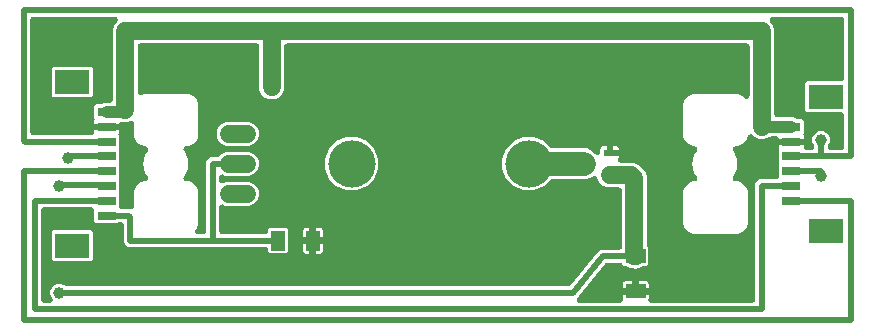
<source format=gbr>
G04 EAGLE Gerber X2 export*
%TF.Part,Single*%
%TF.FileFunction,Copper,L1,Top,Mixed*%
%TF.FilePolarity,Positive*%
%TF.GenerationSoftware,Autodesk,EAGLE,9.1.0*%
%TF.CreationDate,2020-06-24T00:00:20Z*%
G75*
%MOMM*%
%FSLAX34Y34*%
%LPD*%
%AMOC8*
5,1,8,0,0,1.08239X$1,22.5*%
G01*
%ADD10R,1.050000X0.600000*%
%ADD11R,1.600000X0.800000*%
%ADD12R,3.000000X2.100000*%
%ADD13C,1.524000*%
%ADD14R,1.680000X1.160000*%
%ADD15R,1.160000X1.680000*%
%ADD16C,1.000000*%
%ADD17C,4.000000*%
%ADD18C,2.000000*%
%ADD19C,0.500000*%
%ADD20C,1.500000*%
%ADD21C,1.000000*%

G36*
X82079Y27428D02*
X82079Y27428D01*
X82216Y27431D01*
X82301Y27448D01*
X82388Y27456D01*
X82520Y27492D01*
X82654Y27519D01*
X82735Y27551D01*
X82819Y27574D01*
X82942Y27633D01*
X83069Y27684D01*
X83143Y27730D01*
X83221Y27767D01*
X83332Y27848D01*
X83448Y27920D01*
X83513Y27978D01*
X83583Y28029D01*
X83678Y28128D01*
X83779Y28220D01*
X83832Y28289D01*
X83893Y28351D01*
X83968Y28465D01*
X84052Y28574D01*
X84092Y28651D01*
X84140Y28723D01*
X84194Y28849D01*
X84257Y28971D01*
X84282Y29054D01*
X84317Y29134D01*
X84348Y29267D01*
X84388Y29398D01*
X84398Y29484D01*
X84418Y29569D01*
X84425Y29705D01*
X84441Y29841D01*
X84436Y29928D01*
X84440Y30015D01*
X84423Y30150D01*
X84414Y30287D01*
X84394Y30372D01*
X84383Y30458D01*
X84341Y30588D01*
X84309Y30721D01*
X84273Y30800D01*
X84247Y30883D01*
X84183Y31004D01*
X84127Y31129D01*
X84078Y31201D01*
X84038Y31278D01*
X83953Y31386D01*
X83876Y31499D01*
X83785Y31600D01*
X83762Y31629D01*
X83744Y31645D01*
X83710Y31682D01*
X83641Y31751D01*
X82499Y34508D01*
X82499Y37492D01*
X83641Y40249D01*
X85751Y42359D01*
X88508Y43501D01*
X91492Y43501D01*
X94249Y42359D01*
X94375Y42233D01*
X94518Y42113D01*
X94658Y41989D01*
X94689Y41970D01*
X94718Y41946D01*
X94880Y41854D01*
X95039Y41757D01*
X95074Y41744D01*
X95106Y41726D01*
X95282Y41664D01*
X95456Y41597D01*
X95493Y41590D01*
X95527Y41577D01*
X95712Y41548D01*
X95895Y41513D01*
X95945Y41510D01*
X95969Y41507D01*
X96006Y41508D01*
X96142Y41501D01*
X521334Y41501D01*
X521423Y41509D01*
X521512Y41507D01*
X521645Y41529D01*
X521778Y41541D01*
X521865Y41564D01*
X521953Y41579D01*
X522080Y41624D01*
X522209Y41659D01*
X522290Y41698D01*
X522374Y41728D01*
X522491Y41794D01*
X522612Y41852D01*
X522684Y41905D01*
X522762Y41949D01*
X522865Y42036D01*
X522974Y42114D01*
X523036Y42179D01*
X523104Y42236D01*
X523270Y42420D01*
X545212Y69317D01*
X545222Y69331D01*
X545233Y69343D01*
X545346Y69515D01*
X545463Y69687D01*
X545469Y69702D01*
X545479Y69717D01*
X545545Y69857D01*
X546041Y70353D01*
X546043Y70355D01*
X546045Y70357D01*
X546211Y70541D01*
X546658Y71089D01*
X546776Y71169D01*
X546948Y71283D01*
X546961Y71295D01*
X546975Y71304D01*
X547090Y71409D01*
X547738Y71677D01*
X547740Y71678D01*
X547743Y71679D01*
X547966Y71785D01*
X548589Y72120D01*
X548729Y72150D01*
X548932Y72189D01*
X548948Y72195D01*
X548964Y72198D01*
X549111Y72251D01*
X549812Y72251D01*
X549815Y72251D01*
X549817Y72251D01*
X550065Y72263D01*
X550768Y72335D01*
X550910Y72308D01*
X551111Y72267D01*
X551128Y72266D01*
X551145Y72263D01*
X551392Y72251D01*
X564000Y72251D01*
X564050Y72255D01*
X564100Y72253D01*
X564272Y72275D01*
X564445Y72291D01*
X564493Y72304D01*
X564543Y72310D01*
X564708Y72363D01*
X564876Y72409D01*
X564921Y72431D01*
X564968Y72446D01*
X565122Y72527D01*
X565278Y72602D01*
X565319Y72632D01*
X565363Y72655D01*
X565500Y72762D01*
X565640Y72864D01*
X565675Y72900D01*
X565714Y72931D01*
X565830Y73061D01*
X565950Y73186D01*
X565977Y73228D01*
X566011Y73266D01*
X566101Y73414D01*
X566197Y73558D01*
X566217Y73604D01*
X566243Y73647D01*
X566305Y73809D01*
X566374Y73969D01*
X566385Y74017D01*
X566403Y74064D01*
X566436Y74235D01*
X566475Y74404D01*
X566478Y74454D01*
X566487Y74503D01*
X566499Y74750D01*
X566499Y122500D01*
X566495Y122550D01*
X566497Y122600D01*
X566475Y122772D01*
X566459Y122945D01*
X566446Y122993D01*
X566440Y123043D01*
X566387Y123208D01*
X566341Y123376D01*
X566319Y123421D01*
X566304Y123468D01*
X566223Y123622D01*
X566148Y123778D01*
X566118Y123819D01*
X566095Y123863D01*
X565988Y124000D01*
X565886Y124140D01*
X565850Y124175D01*
X565819Y124214D01*
X565689Y124330D01*
X565564Y124450D01*
X565522Y124477D01*
X565484Y124511D01*
X565336Y124601D01*
X565192Y124697D01*
X565146Y124717D01*
X565103Y124743D01*
X564941Y124805D01*
X564781Y124874D01*
X564733Y124885D01*
X564686Y124903D01*
X564515Y124936D01*
X564346Y124975D01*
X564296Y124978D01*
X564247Y124987D01*
X564000Y124999D01*
X553911Y124999D01*
X550052Y126598D01*
X547098Y129552D01*
X545553Y133281D01*
X545510Y133363D01*
X545476Y133450D01*
X545407Y133561D01*
X545346Y133676D01*
X545289Y133750D01*
X545239Y133830D01*
X545152Y133926D01*
X545072Y134029D01*
X545002Y134091D01*
X544940Y134161D01*
X544836Y134240D01*
X544739Y134327D01*
X544660Y134376D01*
X544586Y134433D01*
X544470Y134493D01*
X544359Y134561D01*
X544272Y134595D01*
X544189Y134638D01*
X544064Y134676D01*
X543943Y134724D01*
X543851Y134742D01*
X543762Y134769D01*
X543632Y134785D01*
X543505Y134810D01*
X543411Y134811D01*
X543318Y134822D01*
X543188Y134814D01*
X543058Y134816D01*
X542966Y134801D01*
X542872Y134796D01*
X542746Y134765D01*
X542617Y134743D01*
X542529Y134712D01*
X542438Y134690D01*
X542319Y134637D01*
X542197Y134593D01*
X542115Y134546D01*
X542030Y134509D01*
X541922Y134435D01*
X541809Y134370D01*
X541738Y134310D01*
X541661Y134257D01*
X541477Y134091D01*
X541364Y133978D01*
X536586Y131999D01*
X507355Y131999D01*
X507169Y131983D01*
X506983Y131971D01*
X506947Y131963D01*
X506910Y131959D01*
X506730Y131910D01*
X506549Y131866D01*
X506516Y131851D01*
X506480Y131841D01*
X506311Y131760D01*
X506141Y131684D01*
X506110Y131664D01*
X506077Y131648D01*
X505926Y131538D01*
X505772Y131433D01*
X505734Y131399D01*
X505715Y131386D01*
X505690Y131359D01*
X505588Y131267D01*
X500246Y125925D01*
X491976Y122499D01*
X483024Y122499D01*
X474754Y125925D01*
X468425Y132254D01*
X464999Y140524D01*
X464999Y149476D01*
X468425Y157746D01*
X474754Y164075D01*
X483024Y167501D01*
X491976Y167501D01*
X500246Y164075D01*
X505588Y158733D01*
X505731Y158613D01*
X505871Y158489D01*
X505903Y158470D01*
X505931Y158446D01*
X506093Y158354D01*
X506252Y158257D01*
X506287Y158244D01*
X506319Y158226D01*
X506495Y158164D01*
X506669Y158097D01*
X506706Y158090D01*
X506741Y158077D01*
X506925Y158048D01*
X507108Y158013D01*
X507159Y158010D01*
X507182Y158007D01*
X507219Y158008D01*
X507355Y158001D01*
X536586Y158001D01*
X541364Y156022D01*
X543943Y153443D01*
X544048Y153355D01*
X544146Y153261D01*
X544219Y153212D01*
X544286Y153157D01*
X544404Y153089D01*
X544518Y153013D01*
X544598Y152979D01*
X544674Y152936D01*
X544803Y152890D01*
X544929Y152836D01*
X545013Y152817D01*
X545095Y152788D01*
X545231Y152766D01*
X545364Y152735D01*
X545450Y152731D01*
X545536Y152717D01*
X545673Y152720D01*
X545810Y152713D01*
X545896Y152724D01*
X545983Y152726D01*
X546117Y152753D01*
X546253Y152771D01*
X546336Y152797D01*
X546421Y152814D01*
X546548Y152865D01*
X546678Y152906D01*
X546755Y152947D01*
X546836Y152979D01*
X546952Y153051D01*
X547073Y153115D01*
X547141Y153169D01*
X547215Y153215D01*
X547317Y153307D01*
X547424Y153392D01*
X547482Y153457D01*
X547546Y153515D01*
X547630Y153623D01*
X547721Y153726D01*
X547766Y153800D01*
X547819Y153869D01*
X547882Y153991D01*
X547953Y154107D01*
X547984Y154189D01*
X548024Y154266D01*
X548064Y154397D01*
X548113Y154524D01*
X548130Y154610D01*
X548155Y154693D01*
X548171Y154828D01*
X548197Y154963D01*
X548204Y155100D01*
X548208Y155136D01*
X548207Y155160D01*
X548209Y155210D01*
X548209Y157834D01*
X548382Y158481D01*
X548717Y159060D01*
X549190Y159533D01*
X549769Y159868D01*
X550416Y160041D01*
X553501Y160041D01*
X553501Y154500D01*
X553505Y154450D01*
X553503Y154401D01*
X553525Y154229D01*
X553540Y154055D01*
X553554Y154007D01*
X553560Y153958D01*
X553613Y153792D01*
X553659Y153625D01*
X553681Y153580D01*
X553696Y153532D01*
X553777Y153379D01*
X553852Y153222D01*
X553882Y153181D01*
X553905Y153137D01*
X554012Y153001D01*
X554114Y152860D01*
X554115Y152860D01*
X554150Y152825D01*
X554181Y152786D01*
X554182Y152786D01*
X554312Y152670D01*
X554437Y152550D01*
X554478Y152522D01*
X554516Y152489D01*
X554664Y152399D01*
X554809Y152303D01*
X554855Y152283D01*
X554897Y152257D01*
X555060Y152195D01*
X555219Y152126D01*
X555267Y152115D01*
X555314Y152097D01*
X555485Y152064D01*
X555654Y152025D01*
X555704Y152022D01*
X555753Y152013D01*
X556000Y152001D01*
X563791Y152001D01*
X563791Y151166D01*
X563618Y150519D01*
X563173Y149750D01*
X563159Y149719D01*
X563141Y149692D01*
X563065Y149517D01*
X562985Y149344D01*
X562977Y149312D01*
X562964Y149281D01*
X562921Y149097D01*
X562873Y148912D01*
X562870Y148879D01*
X562862Y148846D01*
X562853Y148657D01*
X562839Y148467D01*
X562842Y148433D01*
X562840Y148400D01*
X562865Y148212D01*
X562884Y148022D01*
X562894Y147990D01*
X562898Y147957D01*
X562956Y147776D01*
X563009Y147593D01*
X563023Y147563D01*
X563034Y147532D01*
X563122Y147364D01*
X563207Y147193D01*
X563227Y147166D01*
X563243Y147137D01*
X563360Y146988D01*
X563474Y146835D01*
X563498Y146812D01*
X563519Y146786D01*
X563661Y146660D01*
X563800Y146530D01*
X563828Y146512D01*
X563853Y146489D01*
X564016Y146390D01*
X564175Y146287D01*
X564206Y146275D01*
X564235Y146257D01*
X564412Y146189D01*
X564588Y146116D01*
X564620Y146109D01*
X564652Y146097D01*
X564839Y146061D01*
X565024Y146020D01*
X565058Y146019D01*
X565090Y146013D01*
X565338Y146001D01*
X576589Y146001D01*
X580448Y144402D01*
X583754Y141097D01*
X585902Y138948D01*
X587501Y135089D01*
X587501Y76021D01*
X587517Y75835D01*
X587529Y75649D01*
X587537Y75613D01*
X587541Y75576D01*
X587590Y75396D01*
X587634Y75215D01*
X587649Y75181D01*
X587659Y75145D01*
X587740Y74977D01*
X587816Y74807D01*
X587836Y74776D01*
X587852Y74743D01*
X587962Y74592D01*
X588067Y74437D01*
X588101Y74400D01*
X588114Y74381D01*
X588141Y74355D01*
X588233Y74254D01*
X588901Y73586D01*
X588901Y59914D01*
X587436Y58449D01*
X585333Y58449D01*
X585273Y58444D01*
X585212Y58446D01*
X585050Y58424D01*
X584888Y58409D01*
X584829Y58393D01*
X584770Y58385D01*
X584615Y58334D01*
X584457Y58291D01*
X584403Y58265D01*
X584345Y58246D01*
X584123Y58137D01*
X581256Y56551D01*
X577105Y56081D01*
X575859Y56439D01*
X575856Y56440D01*
X575854Y56441D01*
X575631Y56483D01*
X575420Y56524D01*
X575417Y56524D01*
X575415Y56525D01*
X575168Y56537D01*
X574911Y56537D01*
X573659Y57056D01*
X573643Y57061D01*
X573627Y57068D01*
X573393Y57149D01*
X572090Y57523D01*
X571890Y57683D01*
X571888Y57684D01*
X571886Y57686D01*
X571698Y57809D01*
X571517Y57929D01*
X571515Y57930D01*
X571512Y57931D01*
X571289Y58037D01*
X570754Y58259D01*
X570617Y58302D01*
X570483Y58353D01*
X570404Y58368D01*
X570327Y58392D01*
X570185Y58410D01*
X570044Y58437D01*
X569921Y58443D01*
X569884Y58448D01*
X569857Y58446D01*
X569797Y58449D01*
X568564Y58449D01*
X566496Y60517D01*
X566353Y60637D01*
X566213Y60761D01*
X566182Y60780D01*
X566153Y60804D01*
X565991Y60896D01*
X565832Y60993D01*
X565797Y61006D01*
X565765Y61024D01*
X565589Y61086D01*
X565415Y61153D01*
X565379Y61160D01*
X565344Y61173D01*
X565159Y61202D01*
X564976Y61237D01*
X564926Y61240D01*
X564903Y61243D01*
X564866Y61242D01*
X564729Y61249D01*
X554015Y61249D01*
X553926Y61241D01*
X553836Y61243D01*
X553704Y61221D01*
X553570Y61209D01*
X553484Y61186D01*
X553396Y61171D01*
X553269Y61126D01*
X553140Y61091D01*
X553059Y61052D01*
X552974Y61022D01*
X552858Y60956D01*
X552737Y60898D01*
X552664Y60845D01*
X552587Y60801D01*
X552484Y60714D01*
X552375Y60636D01*
X552313Y60571D01*
X552244Y60514D01*
X552079Y60330D01*
X530136Y33433D01*
X530127Y33419D01*
X530115Y33407D01*
X530002Y33235D01*
X529886Y33063D01*
X529879Y33048D01*
X529870Y33033D01*
X529803Y32893D01*
X529307Y32397D01*
X529306Y32395D01*
X529304Y32393D01*
X529138Y32209D01*
X528555Y31495D01*
X528549Y31486D01*
X528542Y31479D01*
X528424Y31301D01*
X528305Y31125D01*
X528301Y31115D01*
X528295Y31107D01*
X528210Y30910D01*
X528124Y30716D01*
X528122Y30706D01*
X528118Y30696D01*
X528070Y30490D01*
X528020Y30282D01*
X528019Y30271D01*
X528017Y30261D01*
X528006Y30050D01*
X527994Y29836D01*
X527995Y29826D01*
X527995Y29815D01*
X528022Y29605D01*
X528048Y29393D01*
X528051Y29383D01*
X528052Y29372D01*
X528117Y29170D01*
X528180Y28966D01*
X528185Y28957D01*
X528188Y28947D01*
X528287Y28759D01*
X528386Y28569D01*
X528392Y28561D01*
X528397Y28552D01*
X528529Y28384D01*
X528659Y28216D01*
X528667Y28209D01*
X528673Y28201D01*
X528833Y28059D01*
X528991Y27917D01*
X528999Y27911D01*
X529007Y27904D01*
X529189Y27794D01*
X529370Y27682D01*
X529380Y27678D01*
X529389Y27672D01*
X529587Y27596D01*
X529786Y27518D01*
X529796Y27516D01*
X529806Y27512D01*
X530016Y27472D01*
X530224Y27430D01*
X530234Y27430D01*
X530245Y27428D01*
X530492Y27416D01*
X564794Y27416D01*
X564946Y27429D01*
X565100Y27435D01*
X565168Y27449D01*
X565238Y27456D01*
X565386Y27496D01*
X565536Y27529D01*
X565601Y27555D01*
X565669Y27574D01*
X565808Y27641D01*
X565949Y27699D01*
X566008Y27737D01*
X566072Y27767D01*
X566196Y27857D01*
X566325Y27940D01*
X566377Y27988D01*
X566434Y28029D01*
X566540Y28140D01*
X566652Y28244D01*
X566695Y28301D01*
X566743Y28351D01*
X566828Y28479D01*
X566920Y28602D01*
X566952Y28665D01*
X566990Y28723D01*
X567051Y28864D01*
X567120Y29002D01*
X567140Y29069D01*
X567167Y29134D01*
X567202Y29283D01*
X567245Y29430D01*
X567253Y29500D01*
X567269Y29569D01*
X567276Y29722D01*
X567292Y29874D01*
X567287Y29945D01*
X567291Y30015D01*
X567271Y30167D01*
X567260Y30320D01*
X567238Y30422D01*
X567233Y30458D01*
X567224Y30488D01*
X567208Y30562D01*
X567059Y31115D01*
X567059Y34351D01*
X577600Y34351D01*
X577650Y34355D01*
X577700Y34353D01*
X577871Y34375D01*
X578002Y34387D01*
X578054Y34375D01*
X578104Y34372D01*
X578153Y34363D01*
X578400Y34351D01*
X588941Y34351D01*
X588941Y31115D01*
X588792Y30562D01*
X588766Y30411D01*
X588731Y30261D01*
X588728Y30191D01*
X588716Y30122D01*
X588717Y29968D01*
X588709Y29815D01*
X588718Y29746D01*
X588719Y29675D01*
X588747Y29524D01*
X588767Y29372D01*
X588788Y29305D01*
X588801Y29236D01*
X588856Y29093D01*
X588902Y28947D01*
X588935Y28884D01*
X588960Y28819D01*
X589040Y28688D01*
X589112Y28552D01*
X589155Y28496D01*
X589191Y28436D01*
X589293Y28322D01*
X589388Y28201D01*
X589440Y28154D01*
X589487Y28101D01*
X589607Y28006D01*
X589722Y27904D01*
X589782Y27868D01*
X589837Y27824D01*
X589972Y27752D01*
X590104Y27672D01*
X590169Y27647D01*
X590231Y27614D01*
X590377Y27567D01*
X590520Y27512D01*
X590590Y27499D01*
X590656Y27477D01*
X590809Y27457D01*
X590959Y27428D01*
X591063Y27423D01*
X591099Y27418D01*
X591130Y27420D01*
X591206Y27416D01*
X676750Y27416D01*
X676800Y27420D01*
X676850Y27418D01*
X677022Y27440D01*
X677195Y27456D01*
X677243Y27469D01*
X677293Y27475D01*
X677458Y27528D01*
X677626Y27574D01*
X677671Y27596D01*
X677718Y27611D01*
X677872Y27692D01*
X678028Y27767D01*
X678069Y27797D01*
X678113Y27820D01*
X678250Y27927D01*
X678390Y28029D01*
X678425Y28065D01*
X678464Y28096D01*
X678580Y28226D01*
X678700Y28351D01*
X678727Y28393D01*
X678761Y28431D01*
X678851Y28579D01*
X678947Y28723D01*
X678967Y28769D01*
X678993Y28812D01*
X679055Y28974D01*
X679124Y29134D01*
X679135Y29182D01*
X679153Y29229D01*
X679186Y29400D01*
X679225Y29569D01*
X679228Y29619D01*
X679237Y29668D01*
X679249Y29915D01*
X679249Y127344D01*
X680087Y129366D01*
X681634Y130913D01*
X683656Y131751D01*
X697000Y131751D01*
X697050Y131755D01*
X697100Y131753D01*
X697272Y131775D01*
X697445Y131791D01*
X697493Y131804D01*
X697543Y131810D01*
X697708Y131863D01*
X697876Y131909D01*
X697921Y131931D01*
X697968Y131946D01*
X698122Y132027D01*
X698278Y132102D01*
X698319Y132132D01*
X698363Y132155D01*
X698500Y132262D01*
X698640Y132364D01*
X698675Y132400D01*
X698714Y132431D01*
X698830Y132561D01*
X698950Y132686D01*
X698977Y132728D01*
X699011Y132766D01*
X699101Y132914D01*
X699197Y133058D01*
X699217Y133104D01*
X699243Y133147D01*
X699305Y133309D01*
X699374Y133469D01*
X699385Y133517D01*
X699403Y133564D01*
X699436Y133735D01*
X699475Y133904D01*
X699478Y133954D01*
X699487Y134003D01*
X699499Y134250D01*
X699499Y144076D01*
X699544Y144221D01*
X699601Y144385D01*
X699609Y144435D01*
X699624Y144483D01*
X699645Y144655D01*
X699672Y144826D01*
X699671Y144876D01*
X699677Y144926D01*
X699667Y145099D01*
X699663Y145273D01*
X699653Y145322D01*
X699650Y145372D01*
X699609Y145541D01*
X699575Y145711D01*
X699556Y145757D01*
X699545Y145806D01*
X699499Y145908D01*
X699499Y156400D01*
X699507Y156414D01*
X699597Y156558D01*
X699617Y156608D01*
X699644Y156654D01*
X699700Y156815D01*
X699763Y156973D01*
X699774Y157025D01*
X699792Y157076D01*
X699819Y157244D01*
X699853Y157410D01*
X699854Y157464D01*
X699863Y157517D01*
X699859Y157687D01*
X699863Y157857D01*
X699855Y157910D01*
X699854Y157963D01*
X699820Y158130D01*
X699794Y158298D01*
X699776Y158349D01*
X699765Y158401D01*
X699703Y158559D01*
X699647Y158720D01*
X699644Y158725D01*
X699459Y159416D01*
X699459Y161251D01*
X710000Y161251D01*
X720541Y161251D01*
X720541Y159250D01*
X720545Y159200D01*
X720543Y159150D01*
X720565Y158978D01*
X720581Y158805D01*
X720594Y158757D01*
X720600Y158707D01*
X720653Y158542D01*
X720699Y158374D01*
X720721Y158329D01*
X720736Y158282D01*
X720817Y158128D01*
X720892Y157972D01*
X720922Y157931D01*
X720945Y157887D01*
X721052Y157750D01*
X721154Y157610D01*
X721190Y157575D01*
X721221Y157536D01*
X721351Y157420D01*
X721476Y157300D01*
X721518Y157273D01*
X721556Y157239D01*
X721704Y157149D01*
X721848Y157053D01*
X721894Y157033D01*
X721937Y157007D01*
X722099Y156945D01*
X722259Y156876D01*
X722307Y156865D01*
X722354Y156847D01*
X722525Y156814D01*
X722694Y156775D01*
X722744Y156772D01*
X722793Y156763D01*
X723040Y156751D01*
X726608Y156751D01*
X726744Y156763D01*
X726881Y156766D01*
X726966Y156783D01*
X727053Y156791D01*
X727185Y156827D01*
X727319Y156854D01*
X727400Y156886D01*
X727484Y156909D01*
X727607Y156969D01*
X727734Y157019D01*
X727808Y157065D01*
X727886Y157102D01*
X727997Y157183D01*
X728114Y157255D01*
X728178Y157313D01*
X728248Y157364D01*
X728343Y157463D01*
X728445Y157555D01*
X728498Y157624D01*
X728558Y157686D01*
X728633Y157801D01*
X728717Y157909D01*
X728757Y157986D01*
X728805Y158058D01*
X728859Y158184D01*
X728922Y158306D01*
X728948Y158389D01*
X728982Y158469D01*
X729013Y158602D01*
X729053Y158733D01*
X729063Y158819D01*
X729083Y158904D01*
X729090Y159040D01*
X729106Y159177D01*
X729101Y159263D01*
X729105Y159350D01*
X729087Y159486D01*
X729079Y159622D01*
X729059Y159707D01*
X729048Y159793D01*
X729006Y159923D01*
X728973Y160056D01*
X728938Y160136D01*
X728912Y160218D01*
X728848Y160339D01*
X728792Y160465D01*
X728743Y160536D01*
X728703Y160613D01*
X728694Y160625D01*
X727499Y163508D01*
X727499Y166492D01*
X728641Y169249D01*
X730751Y171359D01*
X733508Y172501D01*
X736492Y172501D01*
X739249Y171359D01*
X741359Y169249D01*
X742501Y166492D01*
X742501Y163508D01*
X741296Y160600D01*
X741271Y160556D01*
X741195Y160442D01*
X741161Y160362D01*
X741118Y160286D01*
X741072Y160157D01*
X741018Y160031D01*
X740999Y159947D01*
X740970Y159865D01*
X740948Y159730D01*
X740917Y159596D01*
X740913Y159510D01*
X740899Y159424D01*
X740902Y159287D01*
X740895Y159150D01*
X740906Y159064D01*
X740908Y158977D01*
X740935Y158843D01*
X740952Y158707D01*
X740979Y158624D01*
X740996Y158540D01*
X741047Y158412D01*
X741088Y158282D01*
X741129Y158205D01*
X741161Y158124D01*
X741233Y158008D01*
X741297Y157887D01*
X741351Y157819D01*
X741397Y157745D01*
X741489Y157644D01*
X741573Y157536D01*
X741638Y157478D01*
X741697Y157414D01*
X741805Y157330D01*
X741908Y157239D01*
X741982Y157194D01*
X742050Y157141D01*
X742172Y157078D01*
X742289Y157007D01*
X742370Y156976D01*
X742447Y156936D01*
X742578Y156896D01*
X742706Y156847D01*
X742791Y156830D01*
X742874Y156805D01*
X743010Y156789D01*
X743145Y156763D01*
X743281Y156756D01*
X743318Y156752D01*
X743341Y156753D01*
X743392Y156751D01*
X752000Y156751D01*
X752050Y156755D01*
X752100Y156753D01*
X752272Y156775D01*
X752445Y156791D01*
X752493Y156804D01*
X752543Y156810D01*
X752708Y156863D01*
X752876Y156909D01*
X752921Y156931D01*
X752968Y156946D01*
X753122Y157027D01*
X753278Y157102D01*
X753319Y157132D01*
X753363Y157155D01*
X753500Y157262D01*
X753640Y157364D01*
X753675Y157400D01*
X753714Y157431D01*
X753830Y157561D01*
X753950Y157686D01*
X753977Y157728D01*
X754011Y157766D01*
X754101Y157914D01*
X754197Y158058D01*
X754217Y158104D01*
X754243Y158147D01*
X754305Y158309D01*
X754374Y158469D01*
X754385Y158517D01*
X754403Y158564D01*
X754436Y158735D01*
X754475Y158904D01*
X754478Y158954D01*
X754487Y159003D01*
X754499Y159250D01*
X754499Y186250D01*
X754495Y186300D01*
X754497Y186350D01*
X754475Y186522D01*
X754459Y186695D01*
X754446Y186743D01*
X754440Y186793D01*
X754387Y186958D01*
X754341Y187126D01*
X754319Y187171D01*
X754304Y187218D01*
X754223Y187372D01*
X754148Y187528D01*
X754118Y187569D01*
X754095Y187613D01*
X753988Y187750D01*
X753886Y187890D01*
X753850Y187925D01*
X753819Y187964D01*
X753689Y188080D01*
X753564Y188200D01*
X753522Y188227D01*
X753484Y188261D01*
X753336Y188351D01*
X753192Y188447D01*
X753146Y188467D01*
X753103Y188493D01*
X752941Y188555D01*
X752781Y188624D01*
X752733Y188635D01*
X752686Y188653D01*
X752515Y188686D01*
X752346Y188725D01*
X752296Y188728D01*
X752247Y188737D01*
X752000Y188749D01*
X722964Y188749D01*
X721499Y190214D01*
X721499Y213286D01*
X722964Y214751D01*
X752000Y214751D01*
X752050Y214755D01*
X752100Y214753D01*
X752272Y214775D01*
X752445Y214791D01*
X752493Y214804D01*
X752543Y214810D01*
X752708Y214863D01*
X752876Y214909D01*
X752921Y214931D01*
X752968Y214946D01*
X753122Y215027D01*
X753278Y215102D01*
X753319Y215132D01*
X753363Y215155D01*
X753500Y215262D01*
X753640Y215364D01*
X753675Y215400D01*
X753714Y215431D01*
X753830Y215561D01*
X753950Y215686D01*
X753977Y215728D01*
X754011Y215766D01*
X754101Y215914D01*
X754197Y216058D01*
X754217Y216104D01*
X754243Y216147D01*
X754305Y216309D01*
X754374Y216469D01*
X754385Y216517D01*
X754403Y216564D01*
X754436Y216735D01*
X754475Y216904D01*
X754478Y216954D01*
X754487Y217003D01*
X754499Y217250D01*
X754499Y267000D01*
X754495Y267050D01*
X754497Y267100D01*
X754475Y267272D01*
X754459Y267445D01*
X754446Y267493D01*
X754440Y267543D01*
X754387Y267708D01*
X754341Y267876D01*
X754319Y267921D01*
X754304Y267968D01*
X754223Y268122D01*
X754148Y268278D01*
X754118Y268319D01*
X754095Y268363D01*
X753988Y268500D01*
X753886Y268640D01*
X753850Y268675D01*
X753819Y268714D01*
X753689Y268830D01*
X753564Y268950D01*
X753522Y268977D01*
X753484Y269011D01*
X753336Y269101D01*
X753192Y269197D01*
X753146Y269217D01*
X753103Y269243D01*
X752941Y269305D01*
X752781Y269374D01*
X752733Y269385D01*
X752686Y269403D01*
X752515Y269436D01*
X752346Y269475D01*
X752296Y269478D01*
X752247Y269487D01*
X752000Y269499D01*
X693885Y269499D01*
X693748Y269487D01*
X693612Y269484D01*
X693527Y269467D01*
X693440Y269459D01*
X693308Y269423D01*
X693174Y269396D01*
X693093Y269364D01*
X693009Y269341D01*
X692886Y269282D01*
X692759Y269231D01*
X692685Y269185D01*
X692606Y269148D01*
X692495Y269067D01*
X692379Y268995D01*
X692315Y268937D01*
X692245Y268886D01*
X692150Y268787D01*
X692048Y268695D01*
X691995Y268626D01*
X691935Y268564D01*
X691859Y268450D01*
X691776Y268341D01*
X691736Y268264D01*
X691688Y268192D01*
X691634Y268066D01*
X691571Y267944D01*
X691545Y267861D01*
X691511Y267781D01*
X691480Y267648D01*
X691440Y267517D01*
X691429Y267431D01*
X691410Y267346D01*
X691403Y267210D01*
X691387Y267074D01*
X691392Y266987D01*
X691387Y266900D01*
X691405Y266765D01*
X691413Y266628D01*
X691434Y266543D01*
X691445Y266457D01*
X691487Y266327D01*
X691519Y266194D01*
X691554Y266115D01*
X691581Y266032D01*
X691645Y265911D01*
X691700Y265786D01*
X691749Y265714D01*
X691790Y265637D01*
X691875Y265529D01*
X691951Y265416D01*
X692043Y265315D01*
X692066Y265286D01*
X692084Y265270D01*
X692118Y265233D01*
X693902Y263448D01*
X695501Y259589D01*
X695501Y186750D01*
X695505Y186700D01*
X695503Y186650D01*
X695525Y186478D01*
X695541Y186305D01*
X695554Y186257D01*
X695560Y186207D01*
X695613Y186042D01*
X695659Y185874D01*
X695681Y185829D01*
X695696Y185782D01*
X695777Y185628D01*
X695852Y185472D01*
X695882Y185431D01*
X695905Y185387D01*
X696012Y185250D01*
X696114Y185110D01*
X696150Y185075D01*
X696181Y185036D01*
X696311Y184920D01*
X696436Y184800D01*
X696478Y184773D01*
X696516Y184739D01*
X696664Y184649D01*
X696808Y184553D01*
X696854Y184533D01*
X696897Y184507D01*
X697059Y184445D01*
X697219Y184376D01*
X697267Y184365D01*
X697314Y184347D01*
X697485Y184314D01*
X697654Y184275D01*
X697704Y184272D01*
X697753Y184263D01*
X698000Y184251D01*
X711591Y184251D01*
X714753Y182941D01*
X714890Y182898D01*
X715024Y182847D01*
X715103Y182832D01*
X715180Y182808D01*
X715322Y182790D01*
X715463Y182763D01*
X715586Y182757D01*
X715623Y182752D01*
X715650Y182754D01*
X715710Y182751D01*
X719036Y182751D01*
X720501Y181286D01*
X720501Y171100D01*
X720493Y171086D01*
X720403Y170942D01*
X720383Y170892D01*
X720356Y170846D01*
X720300Y170685D01*
X720237Y170527D01*
X720226Y170475D01*
X720208Y170424D01*
X720181Y170256D01*
X720147Y170090D01*
X720146Y170036D01*
X720137Y169983D01*
X720141Y169813D01*
X720137Y169643D01*
X720145Y169590D01*
X720146Y169537D01*
X720180Y169370D01*
X720206Y169202D01*
X720224Y169151D01*
X720235Y169099D01*
X720297Y168941D01*
X720353Y168780D01*
X720356Y168775D01*
X720541Y168084D01*
X720541Y166249D01*
X710000Y166249D01*
X699405Y166249D01*
X699400Y166293D01*
X699347Y166458D01*
X699301Y166626D01*
X699279Y166671D01*
X699264Y166718D01*
X699183Y166872D01*
X699108Y167028D01*
X699078Y167069D01*
X699055Y167113D01*
X698948Y167250D01*
X698846Y167390D01*
X698810Y167425D01*
X698779Y167464D01*
X698649Y167580D01*
X698524Y167700D01*
X698482Y167727D01*
X698444Y167761D01*
X698296Y167851D01*
X698152Y167947D01*
X698106Y167967D01*
X698063Y167993D01*
X697901Y168055D01*
X697741Y168124D01*
X697693Y168135D01*
X697646Y168153D01*
X697475Y168186D01*
X697306Y168225D01*
X697256Y168228D01*
X697207Y168237D01*
X696960Y168249D01*
X692885Y168249D01*
X692699Y168233D01*
X692513Y168221D01*
X692477Y168213D01*
X692440Y168209D01*
X692260Y168160D01*
X692079Y168116D01*
X692045Y168101D01*
X692009Y168091D01*
X691841Y168010D01*
X691670Y167934D01*
X691640Y167914D01*
X691606Y167898D01*
X691455Y167788D01*
X691301Y167683D01*
X691264Y167649D01*
X691245Y167636D01*
X691219Y167609D01*
X691117Y167517D01*
X690948Y167348D01*
X687089Y165749D01*
X682911Y165749D01*
X679052Y167348D01*
X677132Y169267D01*
X677027Y169355D01*
X676929Y169450D01*
X676856Y169498D01*
X676789Y169554D01*
X676670Y169621D01*
X676557Y169697D01*
X676477Y169732D01*
X676401Y169775D01*
X676272Y169820D01*
X676146Y169874D01*
X676062Y169894D01*
X675980Y169923D01*
X675844Y169944D01*
X675711Y169975D01*
X675625Y169980D01*
X675539Y169993D01*
X675402Y169991D01*
X675265Y169998D01*
X675179Y169986D01*
X675092Y169985D01*
X674958Y169958D01*
X674822Y169940D01*
X674739Y169913D01*
X674654Y169896D01*
X674527Y169846D01*
X674397Y169804D01*
X674320Y169764D01*
X674239Y169731D01*
X674123Y169659D01*
X674002Y169595D01*
X673934Y169541D01*
X673860Y169495D01*
X673758Y169404D01*
X673651Y169319D01*
X673593Y169254D01*
X673529Y169196D01*
X673445Y169087D01*
X673354Y168985D01*
X673309Y168910D01*
X673256Y168842D01*
X673193Y168720D01*
X673122Y168603D01*
X673091Y168522D01*
X673051Y168445D01*
X673028Y168369D01*
X671318Y164242D01*
X668458Y161382D01*
X664722Y159834D01*
X662705Y159834D01*
X662579Y159823D01*
X662453Y159822D01*
X662358Y159803D01*
X662260Y159794D01*
X662138Y159761D01*
X662015Y159737D01*
X661924Y159702D01*
X661829Y159676D01*
X661716Y159621D01*
X661598Y159576D01*
X661515Y159525D01*
X661427Y159483D01*
X661324Y159409D01*
X661217Y159343D01*
X661144Y159278D01*
X661065Y159221D01*
X660977Y159130D01*
X660883Y159046D01*
X660823Y158969D01*
X660755Y158899D01*
X660686Y158794D01*
X660608Y158694D01*
X660562Y158608D01*
X660508Y158527D01*
X660458Y158411D01*
X660399Y158299D01*
X660370Y158206D01*
X660331Y158116D01*
X660303Y157994D01*
X660265Y157873D01*
X660252Y157776D01*
X660230Y157681D01*
X660224Y157556D01*
X660208Y157430D01*
X660213Y157333D01*
X660208Y157235D01*
X660224Y157110D01*
X660231Y156984D01*
X660253Y156889D01*
X660266Y156792D01*
X660304Y156672D01*
X660333Y156549D01*
X660391Y156398D01*
X660401Y156367D01*
X660409Y156351D01*
X660422Y156318D01*
X663692Y148973D01*
X663692Y141027D01*
X660422Y133682D01*
X660381Y133562D01*
X660331Y133446D01*
X660309Y133351D01*
X660277Y133259D01*
X660259Y133134D01*
X660230Y133011D01*
X660225Y132914D01*
X660210Y132817D01*
X660214Y132691D01*
X660208Y132565D01*
X660220Y132469D01*
X660223Y132371D01*
X660249Y132247D01*
X660266Y132122D01*
X660295Y132029D01*
X660315Y131934D01*
X660363Y131817D01*
X660401Y131697D01*
X660447Y131610D01*
X660484Y131520D01*
X660551Y131413D01*
X660610Y131302D01*
X660671Y131225D01*
X660723Y131143D01*
X660808Y131050D01*
X660886Y130951D01*
X660960Y130886D01*
X661026Y130814D01*
X661126Y130738D01*
X661221Y130654D01*
X661304Y130604D01*
X661382Y130545D01*
X661495Y130488D01*
X661602Y130422D01*
X661693Y130387D01*
X661781Y130343D01*
X661901Y130307D01*
X662019Y130262D01*
X662115Y130243D01*
X662209Y130216D01*
X662334Y130202D01*
X662458Y130178D01*
X662619Y130170D01*
X662653Y130166D01*
X662670Y130167D01*
X662705Y130166D01*
X664722Y130166D01*
X668458Y128618D01*
X671318Y125758D01*
X672866Y122022D01*
X672866Y93978D01*
X671318Y90242D01*
X668458Y87382D01*
X664722Y85834D01*
X626678Y85834D01*
X622942Y87382D01*
X620082Y90242D01*
X618534Y93978D01*
X618534Y122022D01*
X620082Y125758D01*
X622942Y128618D01*
X626678Y130166D01*
X627768Y130166D01*
X627931Y130180D01*
X628095Y130187D01*
X628153Y130200D01*
X628213Y130206D01*
X628371Y130249D01*
X628531Y130285D01*
X628586Y130308D01*
X628643Y130324D01*
X628791Y130395D01*
X628942Y130459D01*
X628992Y130492D01*
X629046Y130517D01*
X629179Y130614D01*
X629316Y130703D01*
X629360Y130744D01*
X629408Y130779D01*
X629522Y130898D01*
X629641Y131010D01*
X629676Y131058D01*
X629717Y131101D01*
X629808Y131238D01*
X629905Y131370D01*
X629932Y131424D01*
X629965Y131473D01*
X630030Y131624D01*
X630102Y131771D01*
X630118Y131829D01*
X630142Y131884D01*
X630179Y132043D01*
X630224Y132201D01*
X630229Y132261D01*
X630243Y132319D01*
X630251Y132482D01*
X630267Y132646D01*
X630262Y132705D01*
X630265Y132765D01*
X630244Y132927D01*
X630230Y133091D01*
X630215Y133149D01*
X630207Y133208D01*
X630157Y133364D01*
X630115Y133523D01*
X630090Y133577D01*
X630072Y133633D01*
X629995Y133778D01*
X629925Y133927D01*
X629878Y133998D01*
X629863Y134028D01*
X629841Y134056D01*
X629790Y134134D01*
X627542Y137227D01*
X625890Y145000D01*
X627542Y152773D01*
X629790Y155866D01*
X629874Y156007D01*
X629965Y156143D01*
X629988Y156198D01*
X630019Y156249D01*
X630077Y156403D01*
X630142Y156554D01*
X630155Y156612D01*
X630176Y156667D01*
X630206Y156829D01*
X630243Y156989D01*
X630246Y157048D01*
X630257Y157107D01*
X630257Y157271D01*
X630265Y157435D01*
X630257Y157494D01*
X630257Y157554D01*
X630228Y157715D01*
X630207Y157878D01*
X630189Y157935D01*
X630179Y157993D01*
X630122Y158147D01*
X630072Y158303D01*
X630044Y158356D01*
X630023Y158412D01*
X629939Y158553D01*
X629863Y158698D01*
X629826Y158745D01*
X629795Y158796D01*
X629688Y158920D01*
X629586Y159049D01*
X629542Y159089D01*
X629503Y159134D01*
X629375Y159237D01*
X629252Y159346D01*
X629201Y159377D01*
X629155Y159414D01*
X629011Y159493D01*
X628871Y159578D01*
X628815Y159599D01*
X628763Y159628D01*
X628607Y159679D01*
X628454Y159738D01*
X628395Y159749D01*
X628339Y159768D01*
X628176Y159791D01*
X628015Y159822D01*
X627929Y159826D01*
X627896Y159831D01*
X627861Y159830D01*
X627768Y159834D01*
X626678Y159834D01*
X622942Y161382D01*
X620082Y164242D01*
X618534Y167978D01*
X618534Y196022D01*
X620082Y199758D01*
X622942Y202618D01*
X626678Y204166D01*
X664722Y204166D01*
X668458Y202618D01*
X670233Y200844D01*
X670338Y200756D01*
X670436Y200661D01*
X670509Y200613D01*
X670576Y200557D01*
X670695Y200490D01*
X670808Y200414D01*
X670888Y200380D01*
X670964Y200337D01*
X671093Y200291D01*
X671219Y200237D01*
X671303Y200217D01*
X671385Y200188D01*
X671521Y200167D01*
X671654Y200136D01*
X671740Y200132D01*
X671826Y200118D01*
X671963Y200120D01*
X672100Y200114D01*
X672186Y200125D01*
X672273Y200127D01*
X672407Y200154D01*
X672543Y200171D01*
X672626Y200198D01*
X672711Y200215D01*
X672838Y200265D01*
X672968Y200307D01*
X673045Y200348D01*
X673126Y200380D01*
X673242Y200452D01*
X673363Y200516D01*
X673431Y200570D01*
X673505Y200616D01*
X673607Y200708D01*
X673714Y200792D01*
X673772Y200857D01*
X673836Y200916D01*
X673920Y201024D01*
X674011Y201126D01*
X674056Y201201D01*
X674109Y201270D01*
X674172Y201391D01*
X674243Y201508D01*
X674274Y201589D01*
X674314Y201667D01*
X674354Y201797D01*
X674403Y201925D01*
X674420Y202011D01*
X674445Y202094D01*
X674461Y202229D01*
X674487Y202364D01*
X674494Y202500D01*
X674498Y202537D01*
X674497Y202561D01*
X674499Y202611D01*
X674499Y244500D01*
X674495Y244550D01*
X674497Y244600D01*
X674475Y244772D01*
X674459Y244945D01*
X674446Y244993D01*
X674440Y245043D01*
X674387Y245208D01*
X674341Y245376D01*
X674319Y245421D01*
X674304Y245468D01*
X674223Y245622D01*
X674148Y245778D01*
X674118Y245819D01*
X674095Y245863D01*
X673988Y246000D01*
X673886Y246140D01*
X673850Y246175D01*
X673819Y246214D01*
X673689Y246330D01*
X673564Y246450D01*
X673522Y246477D01*
X673484Y246511D01*
X673336Y246601D01*
X673192Y246697D01*
X673146Y246717D01*
X673103Y246743D01*
X672941Y246805D01*
X672781Y246874D01*
X672733Y246885D01*
X672686Y246903D01*
X672515Y246936D01*
X672346Y246975D01*
X672296Y246978D01*
X672247Y246987D01*
X672000Y246999D01*
X283000Y246999D01*
X282950Y246995D01*
X282900Y246997D01*
X282728Y246975D01*
X282555Y246959D01*
X282507Y246946D01*
X282457Y246940D01*
X282292Y246887D01*
X282124Y246841D01*
X282079Y246819D01*
X282032Y246804D01*
X281878Y246723D01*
X281722Y246648D01*
X281681Y246618D01*
X281637Y246595D01*
X281500Y246488D01*
X281360Y246386D01*
X281325Y246350D01*
X281286Y246319D01*
X281170Y246189D01*
X281050Y246064D01*
X281023Y246022D01*
X280989Y245984D01*
X280899Y245836D01*
X280803Y245692D01*
X280783Y245646D01*
X280757Y245603D01*
X280695Y245441D01*
X280626Y245281D01*
X280615Y245233D01*
X280597Y245186D01*
X280564Y245015D01*
X280525Y244846D01*
X280522Y244796D01*
X280513Y244747D01*
X280501Y244500D01*
X280501Y207911D01*
X278902Y204052D01*
X275948Y201098D01*
X272089Y199499D01*
X267911Y199499D01*
X264052Y201098D01*
X261098Y204052D01*
X259499Y207911D01*
X259499Y244500D01*
X259495Y244550D01*
X259497Y244600D01*
X259475Y244772D01*
X259459Y244945D01*
X259446Y244993D01*
X259440Y245043D01*
X259387Y245208D01*
X259341Y245376D01*
X259319Y245421D01*
X259304Y245468D01*
X259223Y245622D01*
X259148Y245778D01*
X259118Y245819D01*
X259095Y245863D01*
X258988Y246000D01*
X258886Y246140D01*
X258850Y246175D01*
X258819Y246214D01*
X258689Y246330D01*
X258564Y246450D01*
X258522Y246477D01*
X258484Y246511D01*
X258336Y246601D01*
X258192Y246697D01*
X258146Y246717D01*
X258103Y246743D01*
X257941Y246805D01*
X257781Y246874D01*
X257733Y246885D01*
X257686Y246903D01*
X257515Y246936D01*
X257346Y246975D01*
X257296Y246978D01*
X257247Y246987D01*
X257000Y246999D01*
X159000Y246999D01*
X158950Y246995D01*
X158900Y246997D01*
X158728Y246975D01*
X158555Y246959D01*
X158507Y246946D01*
X158457Y246940D01*
X158292Y246887D01*
X158124Y246841D01*
X158079Y246819D01*
X158032Y246804D01*
X157878Y246723D01*
X157722Y246648D01*
X157681Y246618D01*
X157637Y246595D01*
X157500Y246488D01*
X157360Y246386D01*
X157325Y246350D01*
X157286Y246319D01*
X157170Y246189D01*
X157050Y246064D01*
X157023Y246022D01*
X156989Y245984D01*
X156899Y245836D01*
X156803Y245692D01*
X156783Y245646D01*
X156757Y245603D01*
X156695Y245441D01*
X156626Y245281D01*
X156615Y245233D01*
X156597Y245186D01*
X156564Y245015D01*
X156525Y244846D01*
X156522Y244796D01*
X156513Y244747D01*
X156501Y244500D01*
X156501Y205762D01*
X156509Y205669D01*
X156508Y205575D01*
X156529Y205447D01*
X156541Y205317D01*
X156565Y205226D01*
X156581Y205134D01*
X156625Y205012D01*
X156659Y204886D01*
X156700Y204802D01*
X156731Y204714D01*
X156796Y204601D01*
X156852Y204483D01*
X156907Y204407D01*
X156954Y204327D01*
X157038Y204227D01*
X157114Y204121D01*
X157182Y204057D01*
X157242Y203985D01*
X157342Y203902D01*
X157436Y203812D01*
X157514Y203760D01*
X157586Y203701D01*
X157700Y203637D01*
X157808Y203565D01*
X157894Y203528D01*
X157976Y203482D01*
X158099Y203439D01*
X158219Y203388D01*
X158309Y203367D01*
X158398Y203336D01*
X158527Y203316D01*
X158654Y203287D01*
X158747Y203282D01*
X158839Y203268D01*
X158970Y203271D01*
X159100Y203264D01*
X159192Y203276D01*
X159286Y203279D01*
X159414Y203305D01*
X159543Y203322D01*
X159632Y203350D01*
X159723Y203369D01*
X159956Y203453D01*
X161678Y204166D01*
X199722Y204166D01*
X203458Y202618D01*
X206318Y199758D01*
X207866Y196022D01*
X207866Y167978D01*
X206318Y164242D01*
X203458Y161382D01*
X199722Y159834D01*
X197705Y159834D01*
X197579Y159823D01*
X197453Y159822D01*
X197358Y159803D01*
X197260Y159794D01*
X197138Y159761D01*
X197015Y159737D01*
X196924Y159702D01*
X196829Y159676D01*
X196716Y159621D01*
X196598Y159576D01*
X196515Y159525D01*
X196427Y159483D01*
X196324Y159409D01*
X196217Y159343D01*
X196144Y159278D01*
X196065Y159221D01*
X195977Y159130D01*
X195883Y159046D01*
X195823Y158969D01*
X195755Y158899D01*
X195686Y158794D01*
X195608Y158694D01*
X195562Y158608D01*
X195508Y158527D01*
X195458Y158411D01*
X195399Y158299D01*
X195370Y158206D01*
X195331Y158116D01*
X195303Y157994D01*
X195265Y157873D01*
X195252Y157776D01*
X195230Y157681D01*
X195224Y157556D01*
X195208Y157430D01*
X195213Y157333D01*
X195208Y157235D01*
X195224Y157110D01*
X195231Y156984D01*
X195253Y156889D01*
X195266Y156792D01*
X195304Y156672D01*
X195333Y156549D01*
X195391Y156398D01*
X195401Y156367D01*
X195409Y156351D01*
X195422Y156318D01*
X198692Y148973D01*
X198692Y141027D01*
X195422Y133682D01*
X195381Y133562D01*
X195331Y133446D01*
X195309Y133351D01*
X195277Y133259D01*
X195259Y133134D01*
X195230Y133011D01*
X195225Y132914D01*
X195210Y132817D01*
X195214Y132691D01*
X195208Y132565D01*
X195220Y132469D01*
X195223Y132371D01*
X195249Y132247D01*
X195266Y132122D01*
X195295Y132029D01*
X195315Y131934D01*
X195363Y131817D01*
X195401Y131697D01*
X195447Y131610D01*
X195484Y131520D01*
X195551Y131413D01*
X195610Y131302D01*
X195671Y131225D01*
X195723Y131143D01*
X195808Y131050D01*
X195886Y130951D01*
X195960Y130886D01*
X196026Y130814D01*
X196126Y130738D01*
X196221Y130654D01*
X196304Y130604D01*
X196382Y130545D01*
X196495Y130488D01*
X196602Y130422D01*
X196693Y130387D01*
X196781Y130343D01*
X196901Y130307D01*
X197019Y130262D01*
X197115Y130243D01*
X197209Y130216D01*
X197334Y130202D01*
X197458Y130178D01*
X197619Y130170D01*
X197653Y130166D01*
X197670Y130167D01*
X197705Y130166D01*
X199722Y130166D01*
X203458Y128618D01*
X206318Y125758D01*
X207866Y122022D01*
X207866Y93978D01*
X206318Y90242D01*
X205844Y89767D01*
X205756Y89662D01*
X205661Y89564D01*
X205613Y89491D01*
X205557Y89424D01*
X205490Y89306D01*
X205414Y89192D01*
X205380Y89112D01*
X205337Y89036D01*
X205291Y88907D01*
X205237Y88781D01*
X205217Y88697D01*
X205188Y88615D01*
X205167Y88480D01*
X205136Y88346D01*
X205132Y88260D01*
X205118Y88174D01*
X205120Y88037D01*
X205114Y87900D01*
X205125Y87814D01*
X205127Y87727D01*
X205154Y87593D01*
X205171Y87457D01*
X205198Y87374D01*
X205215Y87289D01*
X205265Y87162D01*
X205307Y87032D01*
X205348Y86955D01*
X205380Y86874D01*
X205452Y86758D01*
X205516Y86637D01*
X205570Y86568D01*
X205616Y86495D01*
X205708Y86393D01*
X205792Y86286D01*
X205857Y86228D01*
X205916Y86164D01*
X206024Y86080D01*
X206126Y85989D01*
X206201Y85944D01*
X206270Y85891D01*
X206391Y85828D01*
X206508Y85757D01*
X206589Y85726D01*
X206666Y85686D01*
X206797Y85646D01*
X206925Y85597D01*
X207011Y85580D01*
X207094Y85555D01*
X207229Y85539D01*
X207364Y85513D01*
X207500Y85506D01*
X207537Y85502D01*
X207560Y85503D01*
X207611Y85501D01*
X212000Y85501D01*
X212050Y85505D01*
X212100Y85503D01*
X212272Y85525D01*
X212445Y85541D01*
X212493Y85554D01*
X212543Y85560D01*
X212708Y85613D01*
X212876Y85659D01*
X212921Y85681D01*
X212968Y85696D01*
X213122Y85777D01*
X213278Y85852D01*
X213319Y85882D01*
X213363Y85905D01*
X213500Y86012D01*
X213640Y86114D01*
X213675Y86150D01*
X213714Y86181D01*
X213830Y86311D01*
X213950Y86436D01*
X213977Y86478D01*
X214011Y86516D01*
X214101Y86664D01*
X214197Y86808D01*
X214217Y86854D01*
X214243Y86897D01*
X214305Y87059D01*
X214374Y87219D01*
X214385Y87267D01*
X214403Y87314D01*
X214436Y87485D01*
X214475Y87654D01*
X214478Y87704D01*
X214487Y87753D01*
X214499Y88000D01*
X214499Y146094D01*
X215337Y148116D01*
X216884Y149663D01*
X218906Y150501D01*
X223533Y150501D01*
X223719Y150517D01*
X223905Y150529D01*
X223941Y150537D01*
X223978Y150541D01*
X224158Y150590D01*
X224339Y150634D01*
X224373Y150649D01*
X224408Y150659D01*
X224577Y150740D01*
X224747Y150816D01*
X224777Y150836D01*
X224811Y150852D01*
X224963Y150962D01*
X225116Y151067D01*
X225154Y151100D01*
X225173Y151114D01*
X225199Y151141D01*
X225300Y151233D01*
X227647Y153580D01*
X231367Y155121D01*
X250633Y155121D01*
X254353Y153580D01*
X257200Y150733D01*
X258741Y147013D01*
X258741Y142987D01*
X257200Y139267D01*
X254353Y136420D01*
X250633Y134879D01*
X231367Y134879D01*
X228956Y135878D01*
X228867Y135906D01*
X228781Y135943D01*
X228655Y135972D01*
X228530Y136011D01*
X228437Y136023D01*
X228346Y136044D01*
X228216Y136050D01*
X228087Y136066D01*
X227993Y136061D01*
X227900Y136066D01*
X227771Y136049D01*
X227641Y136042D01*
X227550Y136020D01*
X227457Y136008D01*
X227333Y135969D01*
X227206Y135939D01*
X227121Y135901D01*
X227032Y135873D01*
X226916Y135812D01*
X226797Y135759D01*
X226720Y135707D01*
X226637Y135664D01*
X226534Y135583D01*
X226426Y135510D01*
X226359Y135445D01*
X226286Y135387D01*
X226199Y135290D01*
X226106Y135199D01*
X226051Y135123D01*
X225989Y135053D01*
X225922Y134942D01*
X225846Y134836D01*
X225806Y134751D01*
X225757Y134672D01*
X225710Y134550D01*
X225655Y134432D01*
X225630Y134342D01*
X225597Y134255D01*
X225572Y134126D01*
X225538Y134001D01*
X225531Y133908D01*
X225513Y133816D01*
X225501Y133569D01*
X225501Y131031D01*
X225509Y130938D01*
X225508Y130845D01*
X225529Y130716D01*
X225541Y130586D01*
X225565Y130496D01*
X225581Y130404D01*
X225625Y130281D01*
X225659Y130156D01*
X225700Y130071D01*
X225731Y129983D01*
X225796Y129871D01*
X225852Y129753D01*
X225907Y129677D01*
X225954Y129596D01*
X226038Y129497D01*
X226114Y129391D01*
X226182Y129326D01*
X226242Y129255D01*
X226342Y129172D01*
X226436Y129082D01*
X226514Y129030D01*
X226586Y128970D01*
X226700Y128906D01*
X226808Y128834D01*
X226894Y128797D01*
X226976Y128752D01*
X227099Y128709D01*
X227219Y128657D01*
X227309Y128636D01*
X227398Y128606D01*
X227527Y128586D01*
X227654Y128556D01*
X227747Y128552D01*
X227839Y128537D01*
X227970Y128540D01*
X228100Y128534D01*
X228192Y128546D01*
X228286Y128548D01*
X228414Y128575D01*
X228543Y128592D01*
X228632Y128620D01*
X228723Y128639D01*
X228956Y128722D01*
X231367Y129721D01*
X250633Y129721D01*
X254353Y128180D01*
X257200Y125333D01*
X258741Y121613D01*
X258741Y117587D01*
X257200Y113867D01*
X254353Y111020D01*
X250633Y109479D01*
X231367Y109479D01*
X228956Y110478D01*
X228867Y110506D01*
X228781Y110543D01*
X228655Y110572D01*
X228530Y110611D01*
X228437Y110623D01*
X228346Y110644D01*
X228216Y110650D01*
X228087Y110666D01*
X227993Y110661D01*
X227900Y110666D01*
X227771Y110649D01*
X227641Y110642D01*
X227550Y110620D01*
X227457Y110608D01*
X227333Y110569D01*
X227206Y110539D01*
X227121Y110501D01*
X227032Y110473D01*
X226916Y110412D01*
X226797Y110359D01*
X226720Y110307D01*
X226637Y110264D01*
X226534Y110183D01*
X226426Y110110D01*
X226359Y110045D01*
X226286Y109987D01*
X226199Y109890D01*
X226106Y109799D01*
X226051Y109723D01*
X225989Y109653D01*
X225922Y109542D01*
X225846Y109436D01*
X225806Y109351D01*
X225757Y109272D01*
X225710Y109150D01*
X225655Y109032D01*
X225630Y108942D01*
X225597Y108855D01*
X225572Y108726D01*
X225538Y108601D01*
X225531Y108508D01*
X225513Y108416D01*
X225501Y108169D01*
X225501Y88000D01*
X225505Y87950D01*
X225503Y87900D01*
X225525Y87728D01*
X225541Y87555D01*
X225554Y87507D01*
X225560Y87457D01*
X225613Y87292D01*
X225659Y87124D01*
X225681Y87079D01*
X225696Y87032D01*
X225777Y86878D01*
X225852Y86722D01*
X225882Y86681D01*
X225905Y86637D01*
X226012Y86500D01*
X226114Y86360D01*
X226150Y86325D01*
X226181Y86286D01*
X226311Y86170D01*
X226436Y86050D01*
X226478Y86023D01*
X226516Y85989D01*
X226664Y85899D01*
X226808Y85803D01*
X226854Y85783D01*
X226897Y85757D01*
X227059Y85695D01*
X227219Y85626D01*
X227267Y85615D01*
X227314Y85597D01*
X227485Y85564D01*
X227654Y85525D01*
X227704Y85522D01*
X227753Y85513D01*
X228000Y85501D01*
X264450Y85501D01*
X264500Y85505D01*
X264550Y85503D01*
X264722Y85525D01*
X264895Y85541D01*
X264943Y85554D01*
X264993Y85560D01*
X265158Y85613D01*
X265326Y85659D01*
X265371Y85681D01*
X265418Y85696D01*
X265572Y85777D01*
X265728Y85852D01*
X265769Y85882D01*
X265813Y85905D01*
X265950Y86012D01*
X266090Y86114D01*
X266125Y86150D01*
X266164Y86181D01*
X266280Y86311D01*
X266400Y86436D01*
X266427Y86478D01*
X266461Y86516D01*
X266551Y86664D01*
X266647Y86808D01*
X266667Y86854D01*
X266693Y86897D01*
X266755Y87059D01*
X266824Y87219D01*
X266835Y87267D01*
X266853Y87314D01*
X266886Y87485D01*
X266925Y87654D01*
X266928Y87704D01*
X266937Y87753D01*
X266949Y88000D01*
X266949Y89436D01*
X268414Y90901D01*
X282086Y90901D01*
X283551Y89436D01*
X283551Y70564D01*
X282086Y69099D01*
X268414Y69099D01*
X266949Y70564D01*
X266949Y72000D01*
X266945Y72050D01*
X266947Y72100D01*
X266925Y72272D01*
X266909Y72445D01*
X266896Y72493D01*
X266890Y72543D01*
X266837Y72708D01*
X266791Y72876D01*
X266769Y72921D01*
X266754Y72968D01*
X266673Y73122D01*
X266598Y73278D01*
X266568Y73319D01*
X266545Y73363D01*
X266438Y73500D01*
X266336Y73640D01*
X266300Y73675D01*
X266269Y73714D01*
X266139Y73830D01*
X266014Y73950D01*
X265972Y73977D01*
X265934Y74011D01*
X265786Y74101D01*
X265642Y74197D01*
X265596Y74217D01*
X265553Y74243D01*
X265391Y74305D01*
X265231Y74374D01*
X265183Y74385D01*
X265136Y74403D01*
X264965Y74436D01*
X264796Y74475D01*
X264746Y74478D01*
X264697Y74487D01*
X264450Y74499D01*
X148906Y74499D01*
X146884Y75337D01*
X145337Y76884D01*
X144499Y78906D01*
X144499Y93250D01*
X144495Y93300D01*
X144497Y93350D01*
X144475Y93522D01*
X144459Y93695D01*
X144446Y93743D01*
X144440Y93793D01*
X144387Y93958D01*
X144341Y94126D01*
X144319Y94171D01*
X144304Y94218D01*
X144223Y94372D01*
X144148Y94528D01*
X144118Y94569D01*
X144095Y94613D01*
X143988Y94750D01*
X143886Y94890D01*
X143850Y94925D01*
X143819Y94964D01*
X143689Y95080D01*
X143564Y95200D01*
X143522Y95227D01*
X143484Y95261D01*
X143336Y95351D01*
X143192Y95447D01*
X143146Y95467D01*
X143103Y95493D01*
X142941Y95555D01*
X142781Y95624D01*
X142733Y95635D01*
X142686Y95653D01*
X142515Y95686D01*
X142346Y95725D01*
X142296Y95728D01*
X142247Y95737D01*
X142000Y95749D01*
X141111Y95749D01*
X140925Y95733D01*
X140739Y95721D01*
X140703Y95713D01*
X140666Y95709D01*
X140486Y95660D01*
X140305Y95616D01*
X140271Y95601D01*
X140235Y95591D01*
X140067Y95510D01*
X139897Y95434D01*
X139866Y95414D01*
X139833Y95398D01*
X139681Y95288D01*
X139527Y95183D01*
X139490Y95149D01*
X139471Y95136D01*
X139445Y95109D01*
X139344Y95017D01*
X139076Y94749D01*
X121004Y94749D01*
X119539Y96214D01*
X119539Y105750D01*
X119535Y105800D01*
X119537Y105850D01*
X119515Y106022D01*
X119499Y106195D01*
X119486Y106243D01*
X119480Y106293D01*
X119427Y106458D01*
X119381Y106626D01*
X119359Y106671D01*
X119344Y106718D01*
X119263Y106872D01*
X119188Y107028D01*
X119158Y107069D01*
X119135Y107113D01*
X119028Y107250D01*
X118926Y107390D01*
X118890Y107425D01*
X118859Y107464D01*
X118729Y107580D01*
X118604Y107700D01*
X118562Y107727D01*
X118524Y107761D01*
X118376Y107851D01*
X118232Y107947D01*
X118186Y107967D01*
X118143Y107993D01*
X117981Y108055D01*
X117821Y108124D01*
X117773Y108135D01*
X117726Y108153D01*
X117555Y108186D01*
X117386Y108225D01*
X117336Y108228D01*
X117287Y108237D01*
X117040Y108249D01*
X77250Y108249D01*
X77200Y108245D01*
X77150Y108247D01*
X76978Y108225D01*
X76805Y108209D01*
X76757Y108196D01*
X76707Y108190D01*
X76542Y108137D01*
X76374Y108091D01*
X76329Y108069D01*
X76282Y108054D01*
X76128Y107973D01*
X75972Y107898D01*
X75931Y107868D01*
X75887Y107845D01*
X75750Y107738D01*
X75610Y107636D01*
X75575Y107600D01*
X75536Y107569D01*
X75420Y107439D01*
X75300Y107314D01*
X75273Y107272D01*
X75239Y107234D01*
X75149Y107086D01*
X75053Y106942D01*
X75033Y106896D01*
X75007Y106853D01*
X74945Y106691D01*
X74876Y106531D01*
X74865Y106483D01*
X74847Y106436D01*
X74814Y106265D01*
X74775Y106096D01*
X74772Y106046D01*
X74763Y105997D01*
X74751Y105750D01*
X74751Y29915D01*
X74755Y29865D01*
X74753Y29815D01*
X74775Y29643D01*
X74791Y29470D01*
X74804Y29422D01*
X74810Y29372D01*
X74863Y29207D01*
X74909Y29039D01*
X74931Y28994D01*
X74946Y28947D01*
X75027Y28793D01*
X75102Y28637D01*
X75132Y28596D01*
X75155Y28552D01*
X75262Y28415D01*
X75364Y28275D01*
X75400Y28240D01*
X75431Y28201D01*
X75561Y28085D01*
X75686Y27965D01*
X75728Y27938D01*
X75766Y27904D01*
X75914Y27814D01*
X76058Y27718D01*
X76104Y27698D01*
X76147Y27672D01*
X76309Y27610D01*
X76469Y27541D01*
X76517Y27530D01*
X76564Y27512D01*
X76735Y27479D01*
X76904Y27440D01*
X76954Y27437D01*
X77003Y27428D01*
X77250Y27416D01*
X81943Y27416D01*
X82079Y27428D01*
G37*
G36*
X151042Y106470D02*
X151042Y106470D01*
X151135Y106465D01*
X151264Y106482D01*
X151394Y106489D01*
X151485Y106511D01*
X151578Y106523D01*
X151702Y106563D01*
X151829Y106593D01*
X151914Y106630D01*
X152003Y106659D01*
X152118Y106720D01*
X152238Y106772D01*
X152316Y106824D01*
X152398Y106868D01*
X152500Y106948D01*
X152609Y107021D01*
X152676Y107086D01*
X152749Y107144D01*
X152836Y107241D01*
X152929Y107332D01*
X152984Y107408D01*
X153046Y107478D01*
X153113Y107589D01*
X153189Y107695D01*
X153229Y107780D01*
X153278Y107860D01*
X153325Y107981D01*
X153380Y108099D01*
X153405Y108189D01*
X153438Y108277D01*
X153463Y108405D01*
X153497Y108530D01*
X153504Y108624D01*
X153522Y108715D01*
X153534Y108963D01*
X153534Y122022D01*
X155082Y125758D01*
X157942Y128618D01*
X161678Y130166D01*
X162768Y130166D01*
X162931Y130180D01*
X163095Y130187D01*
X163153Y130200D01*
X163213Y130206D01*
X163371Y130249D01*
X163531Y130285D01*
X163586Y130308D01*
X163643Y130324D01*
X163791Y130395D01*
X163942Y130459D01*
X163992Y130492D01*
X164046Y130517D01*
X164179Y130614D01*
X164316Y130703D01*
X164360Y130744D01*
X164408Y130779D01*
X164522Y130898D01*
X164641Y131010D01*
X164676Y131058D01*
X164717Y131101D01*
X164808Y131238D01*
X164905Y131370D01*
X164932Y131424D01*
X164965Y131473D01*
X165030Y131624D01*
X165102Y131771D01*
X165118Y131829D01*
X165142Y131884D01*
X165179Y132043D01*
X165224Y132201D01*
X165229Y132261D01*
X165243Y132319D01*
X165251Y132482D01*
X165267Y132646D01*
X165262Y132705D01*
X165265Y132765D01*
X165244Y132927D01*
X165230Y133091D01*
X165215Y133149D01*
X165207Y133208D01*
X165157Y133364D01*
X165115Y133523D01*
X165090Y133577D01*
X165072Y133633D01*
X164995Y133778D01*
X164925Y133927D01*
X164878Y133998D01*
X164863Y134028D01*
X164841Y134056D01*
X164790Y134134D01*
X162542Y137227D01*
X160890Y145000D01*
X162542Y152773D01*
X164790Y155866D01*
X164874Y156007D01*
X164965Y156143D01*
X164988Y156198D01*
X165019Y156249D01*
X165077Y156403D01*
X165142Y156554D01*
X165155Y156612D01*
X165176Y156667D01*
X165206Y156829D01*
X165243Y156989D01*
X165246Y157048D01*
X165257Y157107D01*
X165257Y157271D01*
X165265Y157435D01*
X165257Y157494D01*
X165257Y157554D01*
X165228Y157715D01*
X165207Y157878D01*
X165189Y157935D01*
X165179Y157993D01*
X165122Y158147D01*
X165072Y158303D01*
X165044Y158356D01*
X165023Y158412D01*
X164939Y158553D01*
X164863Y158698D01*
X164826Y158745D01*
X164795Y158796D01*
X164688Y158920D01*
X164586Y159049D01*
X164542Y159089D01*
X164503Y159134D01*
X164375Y159237D01*
X164252Y159346D01*
X164201Y159377D01*
X164155Y159414D01*
X164011Y159493D01*
X163871Y159578D01*
X163815Y159599D01*
X163763Y159628D01*
X163607Y159679D01*
X163454Y159738D01*
X163395Y159749D01*
X163339Y159768D01*
X163176Y159791D01*
X163015Y159822D01*
X162929Y159826D01*
X162896Y159831D01*
X162861Y159830D01*
X162768Y159834D01*
X161678Y159834D01*
X157942Y161382D01*
X155082Y164242D01*
X153534Y167978D01*
X153534Y179015D01*
X153526Y179108D01*
X153527Y179201D01*
X153506Y179330D01*
X153494Y179459D01*
X153470Y179550D01*
X153454Y179642D01*
X153410Y179764D01*
X153376Y179890D01*
X153335Y179974D01*
X153304Y180062D01*
X153239Y180175D01*
X153183Y180293D01*
X153128Y180369D01*
X153081Y180450D01*
X152997Y180549D01*
X152921Y180655D01*
X152853Y180720D01*
X152793Y180791D01*
X152693Y180874D01*
X152599Y180964D01*
X152521Y181016D01*
X152449Y181076D01*
X152335Y181139D01*
X152227Y181211D01*
X152141Y181248D01*
X152059Y181294D01*
X151936Y181337D01*
X151816Y181388D01*
X151726Y181410D01*
X151637Y181440D01*
X151508Y181460D01*
X151381Y181490D01*
X151288Y181494D01*
X151196Y181509D01*
X151065Y181505D01*
X150935Y181512D01*
X150843Y181500D01*
X150749Y181497D01*
X150621Y181471D01*
X150492Y181454D01*
X150403Y181426D01*
X150312Y181407D01*
X150079Y181324D01*
X148089Y180499D01*
X143892Y180499D01*
X143861Y180512D01*
X143735Y180542D01*
X143610Y180581D01*
X143517Y180592D01*
X143426Y180614D01*
X143296Y180620D01*
X143167Y180636D01*
X143073Y180631D01*
X142980Y180636D01*
X142851Y180619D01*
X142721Y180612D01*
X142630Y180590D01*
X142537Y180578D01*
X142413Y180539D01*
X142286Y180508D01*
X142201Y180471D01*
X142112Y180442D01*
X141997Y180381D01*
X141877Y180329D01*
X141800Y180277D01*
X141717Y180233D01*
X141614Y180153D01*
X141506Y180080D01*
X141439Y180015D01*
X141366Y179957D01*
X141279Y179860D01*
X141186Y179769D01*
X141131Y179693D01*
X141069Y179623D01*
X141002Y179512D01*
X140926Y179406D01*
X140886Y179321D01*
X140837Y179241D01*
X140791Y179120D01*
X140735Y179002D01*
X140710Y178912D01*
X140677Y178824D01*
X140662Y178749D01*
X130040Y178749D01*
X119499Y178749D01*
X119499Y180584D01*
X119692Y181305D01*
X119723Y181365D01*
X119739Y181416D01*
X119762Y181465D01*
X119805Y181630D01*
X119855Y181792D01*
X119861Y181845D01*
X119874Y181897D01*
X119887Y182067D01*
X119908Y182236D01*
X119904Y182289D01*
X119908Y182343D01*
X119891Y182512D01*
X119881Y182682D01*
X119868Y182734D01*
X119863Y182787D01*
X119815Y182950D01*
X119775Y183116D01*
X119753Y183165D01*
X119738Y183216D01*
X119663Y183368D01*
X119594Y183524D01*
X119564Y183568D01*
X119540Y183616D01*
X119539Y183617D01*
X119539Y193786D01*
X121004Y195251D01*
X124330Y195251D01*
X124473Y195264D01*
X124616Y195267D01*
X124695Y195283D01*
X124775Y195291D01*
X124913Y195329D01*
X125054Y195358D01*
X125170Y195399D01*
X125206Y195409D01*
X125230Y195421D01*
X125287Y195441D01*
X128449Y196751D01*
X133000Y196751D01*
X133050Y196755D01*
X133100Y196753D01*
X133272Y196775D01*
X133445Y196791D01*
X133493Y196804D01*
X133543Y196810D01*
X133708Y196863D01*
X133876Y196909D01*
X133921Y196931D01*
X133968Y196946D01*
X134122Y197027D01*
X134278Y197102D01*
X134319Y197132D01*
X134363Y197155D01*
X134500Y197262D01*
X134640Y197364D01*
X134675Y197400D01*
X134714Y197431D01*
X134830Y197561D01*
X134950Y197686D01*
X134977Y197728D01*
X135011Y197766D01*
X135101Y197914D01*
X135197Y198058D01*
X135217Y198104D01*
X135243Y198147D01*
X135305Y198309D01*
X135374Y198469D01*
X135385Y198517D01*
X135403Y198564D01*
X135436Y198735D01*
X135475Y198904D01*
X135478Y198954D01*
X135487Y199003D01*
X135499Y199250D01*
X135499Y259589D01*
X137098Y263448D01*
X138882Y265233D01*
X138970Y265338D01*
X139065Y265436D01*
X139113Y265509D01*
X139169Y265576D01*
X139236Y265695D01*
X139312Y265808D01*
X139347Y265888D01*
X139390Y265964D01*
X139435Y266093D01*
X139489Y266219D01*
X139509Y266303D01*
X139538Y266385D01*
X139559Y266521D01*
X139590Y266654D01*
X139595Y266740D01*
X139608Y266826D01*
X139606Y266963D01*
X139613Y267100D01*
X139601Y267186D01*
X139600Y267273D01*
X139573Y267407D01*
X139555Y267543D01*
X139528Y267626D01*
X139511Y267711D01*
X139461Y267838D01*
X139419Y267968D01*
X139379Y268045D01*
X139346Y268126D01*
X139274Y268242D01*
X139210Y268363D01*
X139156Y268431D01*
X139110Y268505D01*
X139019Y268607D01*
X138934Y268714D01*
X138869Y268772D01*
X138811Y268836D01*
X138702Y268920D01*
X138600Y269011D01*
X138525Y269056D01*
X138457Y269109D01*
X138335Y269172D01*
X138218Y269243D01*
X138137Y269274D01*
X138060Y269314D01*
X137929Y269354D01*
X137801Y269403D01*
X137716Y269420D01*
X137633Y269445D01*
X137497Y269461D01*
X137362Y269487D01*
X137226Y269494D01*
X137189Y269498D01*
X137166Y269497D01*
X137115Y269499D01*
X68000Y269499D01*
X67950Y269495D01*
X67900Y269497D01*
X67728Y269475D01*
X67555Y269459D01*
X67507Y269446D01*
X67457Y269440D01*
X67292Y269387D01*
X67124Y269341D01*
X67079Y269319D01*
X67032Y269304D01*
X66878Y269223D01*
X66722Y269148D01*
X66681Y269118D01*
X66637Y269095D01*
X66500Y268988D01*
X66360Y268886D01*
X66325Y268850D01*
X66286Y268819D01*
X66170Y268689D01*
X66050Y268564D01*
X66023Y268522D01*
X65989Y268484D01*
X65899Y268336D01*
X65803Y268192D01*
X65783Y268146D01*
X65757Y268103D01*
X65695Y267941D01*
X65626Y267781D01*
X65615Y267733D01*
X65597Y267686D01*
X65564Y267515D01*
X65525Y267346D01*
X65522Y267296D01*
X65513Y267247D01*
X65501Y267000D01*
X65501Y171750D01*
X65505Y171700D01*
X65503Y171650D01*
X65525Y171478D01*
X65541Y171305D01*
X65554Y171257D01*
X65560Y171207D01*
X65613Y171042D01*
X65659Y170874D01*
X65681Y170829D01*
X65696Y170782D01*
X65777Y170628D01*
X65852Y170472D01*
X65882Y170431D01*
X65905Y170387D01*
X66012Y170250D01*
X66114Y170110D01*
X66150Y170075D01*
X66181Y170036D01*
X66311Y169920D01*
X66436Y169800D01*
X66478Y169773D01*
X66516Y169739D01*
X66664Y169649D01*
X66808Y169553D01*
X66854Y169533D01*
X66897Y169507D01*
X67059Y169445D01*
X67219Y169376D01*
X67267Y169365D01*
X67314Y169347D01*
X67485Y169314D01*
X67654Y169275D01*
X67704Y169272D01*
X67753Y169263D01*
X68000Y169251D01*
X117000Y169251D01*
X117050Y169255D01*
X117100Y169253D01*
X117272Y169275D01*
X117445Y169291D01*
X117493Y169304D01*
X117543Y169310D01*
X117708Y169363D01*
X117876Y169409D01*
X117921Y169431D01*
X117968Y169446D01*
X118122Y169527D01*
X118278Y169602D01*
X118319Y169632D01*
X118363Y169655D01*
X118500Y169762D01*
X118640Y169864D01*
X118675Y169900D01*
X118714Y169931D01*
X118830Y170061D01*
X118950Y170186D01*
X118977Y170228D01*
X119011Y170266D01*
X119101Y170414D01*
X119197Y170558D01*
X119217Y170604D01*
X119243Y170647D01*
X119305Y170810D01*
X119374Y170969D01*
X119385Y171017D01*
X119403Y171064D01*
X119436Y171235D01*
X119475Y171404D01*
X119478Y171454D01*
X119487Y171503D01*
X119499Y171750D01*
X119499Y173751D01*
X130040Y173751D01*
X140581Y173751D01*
X140581Y171916D01*
X140388Y171195D01*
X140357Y171135D01*
X140341Y171084D01*
X140318Y171035D01*
X140275Y170870D01*
X140225Y170708D01*
X140219Y170655D01*
X140206Y170603D01*
X140193Y170433D01*
X140172Y170264D01*
X140176Y170211D01*
X140172Y170157D01*
X140189Y169988D01*
X140199Y169818D01*
X140212Y169766D01*
X140217Y169713D01*
X140265Y169550D01*
X140305Y169384D01*
X140327Y169335D01*
X140342Y169284D01*
X140417Y169132D01*
X140486Y168976D01*
X140516Y168932D01*
X140540Y168884D01*
X140541Y168883D01*
X140541Y158424D01*
X140496Y158279D01*
X140439Y158115D01*
X140431Y158065D01*
X140416Y158017D01*
X140395Y157845D01*
X140368Y157674D01*
X140369Y157624D01*
X140363Y157574D01*
X140373Y157401D01*
X140377Y157227D01*
X140387Y157178D01*
X140390Y157128D01*
X140431Y156959D01*
X140465Y156789D01*
X140484Y156743D01*
X140495Y156694D01*
X140541Y156592D01*
X140541Y145924D01*
X140496Y145778D01*
X140439Y145615D01*
X140431Y145565D01*
X140416Y145517D01*
X140395Y145345D01*
X140368Y145174D01*
X140369Y145123D01*
X140363Y145074D01*
X140373Y144900D01*
X140377Y144727D01*
X140387Y144678D01*
X140390Y144628D01*
X140431Y144459D01*
X140465Y144289D01*
X140484Y144242D01*
X140495Y144194D01*
X140541Y144092D01*
X140541Y133424D01*
X140496Y133279D01*
X140439Y133115D01*
X140431Y133065D01*
X140416Y133017D01*
X140395Y132845D01*
X140368Y132674D01*
X140369Y132624D01*
X140363Y132574D01*
X140373Y132401D01*
X140377Y132227D01*
X140387Y132178D01*
X140390Y132128D01*
X140431Y131959D01*
X140465Y131789D01*
X140484Y131743D01*
X140495Y131694D01*
X140541Y131592D01*
X140541Y120924D01*
X140496Y120779D01*
X140439Y120615D01*
X140431Y120565D01*
X140416Y120517D01*
X140395Y120345D01*
X140368Y120174D01*
X140369Y120124D01*
X140363Y120074D01*
X140373Y119900D01*
X140377Y119727D01*
X140387Y119678D01*
X140390Y119628D01*
X140431Y119459D01*
X140465Y119289D01*
X140484Y119243D01*
X140495Y119194D01*
X140541Y119092D01*
X140541Y109250D01*
X140545Y109200D01*
X140543Y109150D01*
X140565Y108978D01*
X140581Y108805D01*
X140594Y108757D01*
X140600Y108707D01*
X140653Y108542D01*
X140699Y108374D01*
X140721Y108329D01*
X140736Y108282D01*
X140817Y108128D01*
X140892Y107972D01*
X140922Y107931D01*
X140945Y107887D01*
X141052Y107750D01*
X141154Y107610D01*
X141190Y107575D01*
X141221Y107536D01*
X141351Y107420D01*
X141476Y107300D01*
X141518Y107273D01*
X141556Y107239D01*
X141704Y107149D01*
X141848Y107053D01*
X141894Y107033D01*
X141937Y107007D01*
X142099Y106945D01*
X142259Y106876D01*
X142307Y106865D01*
X142354Y106847D01*
X142525Y106814D01*
X142694Y106775D01*
X142744Y106772D01*
X142793Y106763D01*
X143040Y106751D01*
X149844Y106751D01*
X150079Y106654D01*
X150168Y106626D01*
X150254Y106589D01*
X150380Y106559D01*
X150505Y106520D01*
X150598Y106509D01*
X150689Y106487D01*
X150819Y106481D01*
X150948Y106465D01*
X151042Y106470D01*
G37*
%LPC*%
G36*
X333024Y122499D02*
X333024Y122499D01*
X324754Y125925D01*
X318425Y132254D01*
X314999Y140524D01*
X314999Y149476D01*
X318425Y157746D01*
X324754Y164075D01*
X333024Y167501D01*
X341976Y167501D01*
X350246Y164075D01*
X356575Y157746D01*
X360001Y149476D01*
X360001Y140524D01*
X356575Y132254D01*
X350246Y125925D01*
X341976Y122499D01*
X333024Y122499D01*
G37*
%LPD*%
%LPC*%
G36*
X85004Y201249D02*
X85004Y201249D01*
X83539Y202714D01*
X83539Y225786D01*
X85004Y227251D01*
X117076Y227251D01*
X118541Y225786D01*
X118541Y202714D01*
X117076Y201249D01*
X85004Y201249D01*
G37*
%LPD*%
%LPC*%
G36*
X85004Y62749D02*
X85004Y62749D01*
X83539Y64214D01*
X83539Y87286D01*
X85004Y88751D01*
X117076Y88751D01*
X118541Y87286D01*
X118541Y64214D01*
X117076Y62749D01*
X85004Y62749D01*
G37*
%LPD*%
%LPC*%
G36*
X231367Y160279D02*
X231367Y160279D01*
X227647Y161820D01*
X224800Y164667D01*
X223259Y168387D01*
X223259Y172413D01*
X224800Y176133D01*
X227647Y178980D01*
X231367Y180521D01*
X250633Y180521D01*
X254353Y178980D01*
X257200Y176133D01*
X258741Y172413D01*
X258741Y168387D01*
X257200Y164667D01*
X254353Y161820D01*
X250633Y160279D01*
X231367Y160279D01*
G37*
%LPD*%
%LPC*%
G36*
X307649Y82899D02*
X307649Y82899D01*
X307649Y90941D01*
X310884Y90941D01*
X311531Y90768D01*
X312110Y90433D01*
X312583Y89960D01*
X312918Y89381D01*
X313091Y88734D01*
X313091Y82899D01*
X307649Y82899D01*
G37*
%LPD*%
%LPC*%
G36*
X580899Y40149D02*
X580899Y40149D01*
X580899Y45591D01*
X586734Y45591D01*
X587381Y45418D01*
X587960Y45083D01*
X588433Y44610D01*
X588768Y44031D01*
X588941Y43384D01*
X588941Y40149D01*
X580899Y40149D01*
G37*
%LPD*%
%LPC*%
G36*
X567059Y40149D02*
X567059Y40149D01*
X567059Y43384D01*
X567232Y44031D01*
X567567Y44610D01*
X568040Y45083D01*
X568619Y45418D01*
X569266Y45591D01*
X575101Y45591D01*
X575101Y40149D01*
X567059Y40149D01*
G37*
%LPD*%
%LPC*%
G36*
X296409Y82899D02*
X296409Y82899D01*
X296409Y88734D01*
X296582Y89381D01*
X296917Y89960D01*
X297390Y90433D01*
X297969Y90768D01*
X298616Y90941D01*
X301851Y90941D01*
X301851Y82899D01*
X296409Y82899D01*
G37*
%LPD*%
%LPC*%
G36*
X307649Y69059D02*
X307649Y69059D01*
X307649Y77101D01*
X313091Y77101D01*
X313091Y71266D01*
X312918Y70619D01*
X312583Y70040D01*
X312110Y69567D01*
X311531Y69232D01*
X310884Y69059D01*
X307649Y69059D01*
G37*
%LPD*%
%LPC*%
G36*
X298616Y69059D02*
X298616Y69059D01*
X297969Y69232D01*
X297390Y69567D01*
X296917Y70040D01*
X296582Y70619D01*
X296409Y71266D01*
X296409Y77101D01*
X301851Y77101D01*
X301851Y69059D01*
X298616Y69059D01*
G37*
%LPD*%
%LPC*%
G36*
X558499Y156999D02*
X558499Y156999D01*
X558499Y160041D01*
X561584Y160041D01*
X562231Y159868D01*
X562810Y159533D01*
X563283Y159060D01*
X563618Y158481D01*
X563791Y157834D01*
X563791Y156999D01*
X558499Y156999D01*
G37*
%LPD*%
D10*
X556000Y135500D03*
X556000Y154500D03*
X534000Y145000D03*
D11*
X130040Y188750D03*
X130040Y176250D03*
X130040Y163750D03*
X130040Y151250D03*
X130040Y138750D03*
X130040Y126250D03*
X130040Y113750D03*
X130040Y101250D03*
D12*
X101040Y75750D03*
X101040Y214250D03*
D13*
X233380Y119600D02*
X248620Y119600D01*
X248620Y145000D02*
X233380Y145000D01*
X233380Y170400D02*
X248620Y170400D01*
D14*
X578000Y66750D03*
X578000Y37250D03*
D15*
X304750Y80000D03*
X275250Y80000D03*
D11*
X710000Y113750D03*
X710000Y126250D03*
X710000Y138750D03*
X710000Y151250D03*
X710000Y163750D03*
X710000Y176250D03*
D12*
X739000Y88250D03*
X739000Y201750D03*
D16*
X242500Y210000D03*
D17*
X487500Y145000D03*
D18*
X534000Y145000D01*
D19*
X130040Y113750D02*
X69250Y113750D01*
X69250Y21915D01*
X684750Y21915D01*
X684750Y126250D02*
X710000Y126250D01*
X684750Y126250D02*
X684750Y21915D01*
D20*
X578000Y66750D02*
X577000Y67038D01*
X577000Y133000D01*
D19*
X574500Y135500D01*
D20*
X556000Y135500D01*
D19*
X90000Y126000D02*
X89226Y126774D01*
X129516Y126774D02*
X130040Y126250D01*
X129516Y126774D02*
X89226Y126774D01*
D16*
X90000Y126000D03*
X90000Y36000D03*
D19*
X550217Y66750D02*
X578000Y66750D01*
X550217Y66750D02*
X525132Y36000D01*
X90000Y36000D01*
X60000Y12665D02*
X760000Y12665D01*
X60000Y12665D02*
X60000Y138750D01*
X130040Y138750D01*
X710000Y113750D02*
X760000Y113750D01*
X760000Y12665D01*
X220000Y80000D02*
X220000Y145000D01*
X241000Y145000D01*
X220000Y80000D02*
X275250Y80000D01*
X148750Y101250D02*
X130040Y101250D01*
X148750Y101250D02*
X150000Y100000D01*
X150000Y80000D01*
X220000Y80000D01*
X760000Y151250D02*
X760000Y275000D01*
X60000Y275000D01*
D16*
X735000Y165000D03*
D19*
X61250Y163750D02*
X60000Y165000D01*
X61250Y163750D02*
X130040Y163750D01*
X60000Y165000D02*
X60000Y275000D01*
X710000Y151250D02*
X735000Y151250D01*
X760000Y151250D01*
X735000Y151250D02*
X735000Y165000D01*
D16*
X735000Y135000D03*
D19*
X130040Y151250D02*
X98750Y151250D01*
X97500Y150000D01*
D16*
X97500Y150000D03*
D19*
X710000Y138750D02*
X735000Y138750D01*
X735000Y135000D01*
D17*
X337500Y145000D03*
D21*
X143750Y188750D02*
X130040Y188750D01*
D19*
X143750Y188750D02*
X146000Y191000D01*
D20*
X146000Y257500D01*
X685000Y257500D02*
X685000Y176250D01*
X270000Y257500D02*
X146000Y257500D01*
X270000Y257500D02*
X685000Y257500D01*
X270000Y257500D02*
X270000Y210000D01*
D16*
X270000Y210000D03*
D21*
X685000Y176250D02*
X710000Y176250D01*
M02*

</source>
